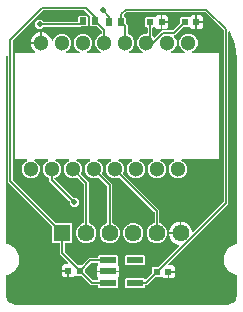
<source format=gbl>
G04 EAGLE Gerber RS-274X export*
G75*
%MOMM*%
%FSLAX34Y34*%
%LPD*%
%INBottom Copper*%
%IPPOS*%
%AMOC8*
5,1,8,0,0,1.08239X$1,22.5*%
G01*
G04 Define Apertures*
%ADD10R,0.560000X0.629100*%
%ADD11R,1.440000X1.440000*%
%ADD12C,1.440000*%
%ADD13R,0.535100X0.644000*%
%ADD14C,1.300000*%
%ADD15R,1.422400X0.558800*%
%ADD16C,0.152400*%
%ADD17C,0.502400*%
G36*
X90197Y-167974D02*
X90000Y-168000D01*
X-90000Y-168000D01*
X-90197Y-167974D01*
X-93816Y-167004D01*
X-94158Y-166807D01*
X-96807Y-164158D01*
X-97004Y-163816D01*
X-97974Y-160197D01*
X-98000Y-160000D01*
X-98000Y-143762D01*
X-97949Y-143487D01*
X-97785Y-143232D01*
X-97535Y-143060D01*
X-97238Y-143000D01*
X-96517Y-143000D01*
X-90483Y-139517D01*
X-87000Y-133483D01*
X-87000Y-126517D01*
X-90483Y-120483D01*
X-96517Y-117000D01*
X-97238Y-117000D01*
X-97513Y-116949D01*
X-97768Y-116785D01*
X-97940Y-116535D01*
X-98000Y-116238D01*
X-98000Y40000D01*
X-97993Y40099D01*
X-97749Y41953D01*
X-97713Y42105D01*
X-97558Y42366D01*
X-97313Y42545D01*
X-97018Y42615D01*
X-96719Y42564D01*
X-96464Y42401D01*
X-96292Y42151D01*
X-96232Y41853D01*
X-96232Y-64142D01*
X-58693Y-101681D01*
X-58530Y-101922D01*
X-58470Y-102219D01*
X-58470Y-115226D01*
X-57726Y-115970D01*
X-52794Y-115970D01*
X-52519Y-116021D01*
X-52264Y-116185D01*
X-52092Y-116435D01*
X-52032Y-116732D01*
X-52032Y-125496D01*
X-45214Y-132314D01*
X-45061Y-132533D01*
X-44991Y-132828D01*
X-45042Y-133127D01*
X-45205Y-133383D01*
X-45456Y-133554D01*
X-45753Y-133615D01*
X-48898Y-133615D01*
X-50386Y-135102D01*
X-50386Y-138538D01*
X-44284Y-138538D01*
X-44284Y-144986D01*
X-41194Y-144986D01*
X-39841Y-143632D01*
X-39610Y-143474D01*
X-39314Y-143409D01*
X-39016Y-143465D01*
X-38763Y-143632D01*
X-38680Y-143716D01*
X-34128Y-143716D01*
X-33842Y-143771D01*
X-33589Y-143939D01*
X-25996Y-151532D01*
X-20588Y-151532D01*
X-20313Y-151583D01*
X-20058Y-151747D01*
X-19886Y-151997D01*
X-19826Y-152294D01*
X-19826Y-152820D01*
X-19082Y-153564D01*
X-3806Y-153564D01*
X-3062Y-152820D01*
X-3062Y-146177D01*
X-3213Y-145956D01*
X-3278Y-145660D01*
X-3223Y-145362D01*
X-3055Y-145109D01*
X-1792Y-143846D01*
X-1792Y-140762D01*
X-21096Y-140762D01*
X-21096Y-143846D01*
X-19833Y-145109D01*
X-19675Y-145340D01*
X-19610Y-145636D01*
X-19665Y-145934D01*
X-19826Y-146176D01*
X-19826Y-146706D01*
X-19877Y-146981D01*
X-20041Y-147236D01*
X-20291Y-147408D01*
X-20588Y-147468D01*
X-23997Y-147468D01*
X-24283Y-147412D01*
X-24536Y-147245D01*
X-31061Y-140720D01*
X-31224Y-140478D01*
X-31284Y-140181D01*
X-31284Y-138419D01*
X-31228Y-138133D01*
X-31061Y-137881D01*
X-25936Y-132755D01*
X-25694Y-132592D01*
X-25397Y-132532D01*
X-20588Y-132532D01*
X-20313Y-132583D01*
X-20058Y-132747D01*
X-19886Y-132997D01*
X-19826Y-133294D01*
X-19826Y-133823D01*
X-19675Y-134044D01*
X-19610Y-134340D01*
X-19665Y-134638D01*
X-19833Y-134891D01*
X-21096Y-136154D01*
X-21096Y-139238D01*
X-1792Y-139238D01*
X-1792Y-136154D01*
X-3055Y-134891D01*
X-3213Y-134660D01*
X-3278Y-134364D01*
X-3223Y-134066D01*
X-3062Y-133824D01*
X-3062Y-127180D01*
X-3806Y-126436D01*
X-19082Y-126436D01*
X-19826Y-127180D01*
X-19826Y-127706D01*
X-19877Y-127981D01*
X-20041Y-128236D01*
X-20291Y-128408D01*
X-20588Y-128468D01*
X-27396Y-128468D01*
X-33589Y-134661D01*
X-33831Y-134824D01*
X-34128Y-134885D01*
X-36580Y-134885D01*
X-36866Y-134829D01*
X-37119Y-134661D01*
X-47745Y-124036D01*
X-47908Y-123794D01*
X-47968Y-123497D01*
X-47968Y-116732D01*
X-47917Y-116457D01*
X-47753Y-116202D01*
X-47503Y-116030D01*
X-47206Y-115970D01*
X-42274Y-115970D01*
X-41530Y-115226D01*
X-41530Y-99774D01*
X-42274Y-99030D01*
X-55281Y-99030D01*
X-55567Y-98974D01*
X-55820Y-98807D01*
X-91945Y-62682D01*
X-92108Y-62440D01*
X-92168Y-62143D01*
X-92168Y55143D01*
X-92112Y55429D01*
X-91945Y55682D01*
X-66882Y80745D01*
X-66640Y80908D01*
X-66343Y80968D01*
X-31457Y80968D01*
X-31171Y80912D01*
X-30919Y80745D01*
X-26694Y76520D01*
X-26531Y76278D01*
X-26471Y75981D01*
X-26471Y68354D01*
X-25727Y67610D01*
X-21224Y67610D01*
X-20938Y67554D01*
X-20686Y67387D01*
X-16855Y63557D01*
X-16692Y63315D01*
X-16632Y63018D01*
X-16632Y61578D01*
X-16685Y61297D01*
X-16851Y61043D01*
X-17102Y60874D01*
X-19001Y60087D01*
X-21187Y57901D01*
X-22370Y55046D01*
X-22370Y51954D01*
X-21187Y49099D01*
X-19001Y46913D01*
X-18128Y46551D01*
X-17907Y46411D01*
X-17727Y46166D01*
X-17658Y45871D01*
X-17708Y45572D01*
X-17872Y45317D01*
X-18122Y45145D01*
X-18419Y45085D01*
X-28581Y45085D01*
X-28838Y45130D01*
X-29098Y45287D01*
X-29275Y45533D01*
X-29343Y45829D01*
X-29289Y46127D01*
X-29124Y46382D01*
X-28872Y46551D01*
X-27999Y46913D01*
X-25813Y49099D01*
X-24630Y51954D01*
X-24630Y55046D01*
X-25813Y57901D01*
X-27999Y60087D01*
X-30854Y61270D01*
X-33946Y61270D01*
X-36801Y60087D01*
X-38987Y57901D01*
X-40170Y55046D01*
X-40170Y51954D01*
X-38987Y49099D01*
X-36801Y46913D01*
X-35928Y46551D01*
X-35707Y46411D01*
X-35527Y46166D01*
X-35458Y45871D01*
X-35508Y45572D01*
X-35672Y45317D01*
X-35922Y45145D01*
X-36219Y45085D01*
X-46381Y45085D01*
X-46638Y45130D01*
X-46898Y45287D01*
X-47075Y45533D01*
X-47143Y45829D01*
X-47089Y46127D01*
X-46924Y46382D01*
X-46672Y46551D01*
X-45799Y46913D01*
X-43613Y49099D01*
X-42430Y51954D01*
X-42430Y55046D01*
X-43613Y57901D01*
X-45799Y60087D01*
X-48654Y61270D01*
X-51746Y61270D01*
X-54601Y60087D01*
X-56787Y57901D01*
X-57709Y55676D01*
X-57853Y55451D01*
X-58099Y55274D01*
X-58394Y55206D01*
X-58693Y55259D01*
X-58947Y55425D01*
X-59117Y55676D01*
X-60336Y58621D01*
X-62879Y61164D01*
X-66202Y62540D01*
X-67238Y62540D01*
X-67238Y52738D01*
X-77040Y52738D01*
X-77040Y51702D01*
X-75664Y48379D01*
X-73670Y46386D01*
X-73517Y46166D01*
X-73447Y45871D01*
X-73498Y45572D01*
X-73662Y45317D01*
X-73912Y45145D01*
X-74209Y45085D01*
X-90098Y45085D01*
X-90153Y45076D01*
X-90154Y45073D01*
X-90160Y45033D01*
X-90160Y-45023D01*
X-90151Y-45078D01*
X-90148Y-45079D01*
X-90108Y-45085D01*
X-80719Y-45085D01*
X-80462Y-45130D01*
X-80202Y-45287D01*
X-80025Y-45533D01*
X-79957Y-45829D01*
X-80011Y-46127D01*
X-80176Y-46382D01*
X-80428Y-46551D01*
X-81301Y-46913D01*
X-83487Y-49099D01*
X-84670Y-51954D01*
X-84670Y-55046D01*
X-83487Y-57901D01*
X-81301Y-60087D01*
X-78446Y-61270D01*
X-75354Y-61270D01*
X-72499Y-60087D01*
X-70313Y-57901D01*
X-69130Y-55046D01*
X-69130Y-51954D01*
X-70313Y-49099D01*
X-72499Y-46913D01*
X-73372Y-46551D01*
X-73593Y-46411D01*
X-73773Y-46166D01*
X-73842Y-45871D01*
X-73792Y-45572D01*
X-73628Y-45317D01*
X-73378Y-45145D01*
X-73081Y-45085D01*
X-62919Y-45085D01*
X-62662Y-45130D01*
X-62402Y-45287D01*
X-62225Y-45533D01*
X-62157Y-45829D01*
X-62211Y-46127D01*
X-62376Y-46382D01*
X-62628Y-46551D01*
X-63501Y-46913D01*
X-65687Y-49099D01*
X-66870Y-51954D01*
X-66870Y-55046D01*
X-65687Y-57901D01*
X-63501Y-60087D01*
X-61602Y-60874D01*
X-61364Y-61030D01*
X-61192Y-61280D01*
X-61132Y-61578D01*
X-61132Y-63242D01*
X-44105Y-80269D01*
X-43942Y-80510D01*
X-43882Y-80807D01*
X-43882Y-82967D01*
X-41667Y-85182D01*
X-38533Y-85182D01*
X-36318Y-82967D01*
X-36318Y-79833D01*
X-38533Y-77618D01*
X-40693Y-77618D01*
X-40979Y-77562D01*
X-41232Y-77395D01*
X-56608Y-62018D01*
X-56763Y-61793D01*
X-56831Y-61498D01*
X-56778Y-61199D01*
X-56612Y-60945D01*
X-56361Y-60776D01*
X-54699Y-60087D01*
X-52513Y-57901D01*
X-51330Y-55046D01*
X-51330Y-51954D01*
X-52513Y-49099D01*
X-54699Y-46913D01*
X-55572Y-46551D01*
X-55793Y-46411D01*
X-55973Y-46166D01*
X-56042Y-45871D01*
X-55992Y-45572D01*
X-55828Y-45317D01*
X-55578Y-45145D01*
X-55281Y-45085D01*
X-45119Y-45085D01*
X-44862Y-45130D01*
X-44602Y-45287D01*
X-44425Y-45533D01*
X-44357Y-45829D01*
X-44411Y-46127D01*
X-44576Y-46382D01*
X-44828Y-46551D01*
X-45701Y-46913D01*
X-47887Y-49099D01*
X-49070Y-51954D01*
X-49070Y-55046D01*
X-47887Y-57901D01*
X-45701Y-60087D01*
X-42846Y-61270D01*
X-39754Y-61270D01*
X-37855Y-60483D01*
X-37576Y-60426D01*
X-37278Y-60481D01*
X-37025Y-60649D01*
X-32255Y-65419D01*
X-32092Y-65660D01*
X-32032Y-65957D01*
X-32032Y-98665D01*
X-32085Y-98945D01*
X-32251Y-99199D01*
X-32502Y-99369D01*
X-34798Y-100320D01*
X-37181Y-102702D01*
X-38470Y-105815D01*
X-38470Y-109185D01*
X-37181Y-112298D01*
X-34798Y-114681D01*
X-31685Y-115970D01*
X-28315Y-115970D01*
X-25202Y-114681D01*
X-22820Y-112298D01*
X-21530Y-109185D01*
X-21530Y-105815D01*
X-22820Y-102702D01*
X-25202Y-100320D01*
X-27498Y-99369D01*
X-27736Y-99212D01*
X-27908Y-98962D01*
X-27968Y-98665D01*
X-27968Y-63958D01*
X-34151Y-57775D01*
X-34312Y-57539D01*
X-34375Y-57242D01*
X-34317Y-56945D01*
X-33530Y-55046D01*
X-33530Y-51954D01*
X-34713Y-49099D01*
X-36899Y-46913D01*
X-37772Y-46551D01*
X-37993Y-46411D01*
X-38173Y-46166D01*
X-38242Y-45871D01*
X-38192Y-45572D01*
X-38028Y-45317D01*
X-37778Y-45145D01*
X-37481Y-45085D01*
X-27319Y-45085D01*
X-27062Y-45130D01*
X-26802Y-45287D01*
X-26625Y-45533D01*
X-26557Y-45829D01*
X-26611Y-46127D01*
X-26776Y-46382D01*
X-27028Y-46551D01*
X-27901Y-46913D01*
X-30087Y-49099D01*
X-31270Y-51954D01*
X-31270Y-55046D01*
X-30087Y-57901D01*
X-27901Y-60087D01*
X-25046Y-61270D01*
X-21954Y-61270D01*
X-20055Y-60483D01*
X-19776Y-60426D01*
X-19478Y-60481D01*
X-19225Y-60649D01*
X-12255Y-67619D01*
X-12092Y-67860D01*
X-12032Y-68157D01*
X-12032Y-98665D01*
X-12085Y-98945D01*
X-12251Y-99199D01*
X-12502Y-99369D01*
X-14798Y-100320D01*
X-17181Y-102702D01*
X-18470Y-105815D01*
X-18470Y-109185D01*
X-17181Y-112298D01*
X-14798Y-114681D01*
X-11685Y-115970D01*
X-8315Y-115970D01*
X-5202Y-114681D01*
X-2820Y-112298D01*
X-1530Y-109185D01*
X-1530Y-105815D01*
X-2820Y-102702D01*
X-5202Y-100320D01*
X-7498Y-99369D01*
X-7736Y-99212D01*
X-7908Y-98962D01*
X-7968Y-98665D01*
X-7968Y-66158D01*
X-16351Y-57775D01*
X-16512Y-57539D01*
X-16575Y-57242D01*
X-16517Y-56945D01*
X-15730Y-55046D01*
X-15730Y-51954D01*
X-16913Y-49099D01*
X-19099Y-46913D01*
X-19972Y-46551D01*
X-20193Y-46411D01*
X-20373Y-46166D01*
X-20442Y-45871D01*
X-20392Y-45572D01*
X-20228Y-45317D01*
X-19978Y-45145D01*
X-19681Y-45085D01*
X-9519Y-45085D01*
X-9262Y-45130D01*
X-9002Y-45287D01*
X-8825Y-45533D01*
X-8757Y-45829D01*
X-8811Y-46127D01*
X-8976Y-46382D01*
X-9228Y-46551D01*
X-10101Y-46913D01*
X-12287Y-49099D01*
X-13470Y-51954D01*
X-13470Y-55046D01*
X-12287Y-57901D01*
X-10101Y-60087D01*
X-7246Y-61270D01*
X-4154Y-61270D01*
X-2255Y-60483D01*
X-1976Y-60426D01*
X-1678Y-60481D01*
X-1425Y-60649D01*
X27745Y-89819D01*
X27908Y-90060D01*
X27968Y-90357D01*
X27968Y-98665D01*
X27915Y-98945D01*
X27749Y-99199D01*
X27498Y-99369D01*
X25202Y-100320D01*
X22820Y-102702D01*
X21530Y-105815D01*
X21530Y-109185D01*
X22820Y-112298D01*
X25202Y-114681D01*
X28315Y-115970D01*
X31685Y-115970D01*
X34798Y-114681D01*
X37181Y-112298D01*
X38470Y-109185D01*
X38470Y-105815D01*
X37181Y-102702D01*
X34798Y-100320D01*
X32502Y-99369D01*
X32264Y-99212D01*
X32092Y-98962D01*
X32032Y-98665D01*
X32032Y-88358D01*
X1449Y-57775D01*
X1288Y-57539D01*
X1225Y-57242D01*
X1283Y-56945D01*
X2070Y-55046D01*
X2070Y-51954D01*
X887Y-49099D01*
X-1299Y-46913D01*
X-2172Y-46551D01*
X-2393Y-46411D01*
X-2573Y-46166D01*
X-2642Y-45871D01*
X-2592Y-45572D01*
X-2428Y-45317D01*
X-2178Y-45145D01*
X-1881Y-45085D01*
X8281Y-45085D01*
X8538Y-45130D01*
X8798Y-45287D01*
X8975Y-45533D01*
X9043Y-45829D01*
X8989Y-46127D01*
X8824Y-46382D01*
X8572Y-46551D01*
X7699Y-46913D01*
X5513Y-49099D01*
X4330Y-51954D01*
X4330Y-55046D01*
X5513Y-57901D01*
X7699Y-60087D01*
X10554Y-61270D01*
X13646Y-61270D01*
X16501Y-60087D01*
X18687Y-57901D01*
X19870Y-55046D01*
X19870Y-51954D01*
X18687Y-49099D01*
X16501Y-46913D01*
X15628Y-46551D01*
X15407Y-46411D01*
X15227Y-46166D01*
X15158Y-45871D01*
X15208Y-45572D01*
X15372Y-45317D01*
X15622Y-45145D01*
X15919Y-45085D01*
X26081Y-45085D01*
X26338Y-45130D01*
X26598Y-45287D01*
X26775Y-45533D01*
X26843Y-45829D01*
X26789Y-46127D01*
X26624Y-46382D01*
X26372Y-46551D01*
X25499Y-46913D01*
X23313Y-49099D01*
X22130Y-51954D01*
X22130Y-55046D01*
X23313Y-57901D01*
X25499Y-60087D01*
X28354Y-61270D01*
X31446Y-61270D01*
X34301Y-60087D01*
X36487Y-57901D01*
X37670Y-55046D01*
X37670Y-51954D01*
X36487Y-49099D01*
X34301Y-46913D01*
X33428Y-46551D01*
X33207Y-46411D01*
X33027Y-46166D01*
X32958Y-45871D01*
X33008Y-45572D01*
X33172Y-45317D01*
X33422Y-45145D01*
X33719Y-45085D01*
X43881Y-45085D01*
X44138Y-45130D01*
X44398Y-45287D01*
X44575Y-45533D01*
X44643Y-45829D01*
X44589Y-46127D01*
X44424Y-46382D01*
X44172Y-46551D01*
X43299Y-46913D01*
X41113Y-49099D01*
X39930Y-51954D01*
X39930Y-55046D01*
X41113Y-57901D01*
X43299Y-60087D01*
X46154Y-61270D01*
X49246Y-61270D01*
X52101Y-60087D01*
X54287Y-57901D01*
X55470Y-55046D01*
X55470Y-51954D01*
X54287Y-49099D01*
X52101Y-46913D01*
X51228Y-46551D01*
X51007Y-46411D01*
X50827Y-46166D01*
X50758Y-45871D01*
X50808Y-45572D01*
X50972Y-45317D01*
X51222Y-45145D01*
X51519Y-45085D01*
X82498Y-45085D01*
X82553Y-45076D01*
X82554Y-45073D01*
X82560Y-45033D01*
X82560Y-44450D01*
X82611Y-44175D01*
X82638Y-44133D01*
X82638Y44127D01*
X82620Y44153D01*
X82560Y44450D01*
X82560Y45023D01*
X82551Y45078D01*
X82548Y45079D01*
X82508Y45085D01*
X60419Y45085D01*
X60162Y45130D01*
X59902Y45287D01*
X59725Y45533D01*
X59657Y45829D01*
X59711Y46127D01*
X59876Y46382D01*
X60128Y46551D01*
X61001Y46913D01*
X63187Y49099D01*
X64370Y51954D01*
X64370Y55046D01*
X63187Y57901D01*
X61001Y60087D01*
X58146Y61270D01*
X55054Y61270D01*
X52199Y60087D01*
X50013Y57901D01*
X48830Y55046D01*
X48830Y51954D01*
X50013Y49099D01*
X52199Y46913D01*
X53072Y46551D01*
X53293Y46411D01*
X53473Y46166D01*
X53542Y45871D01*
X53492Y45572D01*
X53328Y45317D01*
X53078Y45145D01*
X52781Y45085D01*
X42619Y45085D01*
X42362Y45130D01*
X42102Y45287D01*
X41925Y45533D01*
X41857Y45829D01*
X41911Y46127D01*
X42076Y46382D01*
X42328Y46551D01*
X43201Y46913D01*
X45387Y49099D01*
X46570Y51954D01*
X46570Y55046D01*
X45387Y57901D01*
X44589Y58699D01*
X44436Y58919D01*
X44366Y59214D01*
X44417Y59513D01*
X44581Y59768D01*
X44831Y59940D01*
X45128Y60000D01*
X45228Y60000D01*
X51789Y66561D01*
X52031Y66724D01*
X52328Y66785D01*
X56880Y66785D01*
X56963Y66868D01*
X57194Y67026D01*
X57490Y67091D01*
X57788Y67035D01*
X58041Y66868D01*
X59394Y65515D01*
X62484Y65515D01*
X62484Y76886D01*
X59394Y76886D01*
X58041Y75532D01*
X57810Y75374D01*
X57514Y75309D01*
X57216Y75365D01*
X56963Y75532D01*
X56880Y75616D01*
X50228Y75616D01*
X49484Y74872D01*
X49484Y70319D01*
X49428Y70033D01*
X49261Y69781D01*
X43768Y64287D01*
X43526Y64124D01*
X43229Y64064D01*
X34424Y64064D01*
X28463Y58103D01*
X28233Y57945D01*
X27937Y57880D01*
X27638Y57935D01*
X27386Y58103D01*
X26409Y59079D01*
X26246Y59321D01*
X26186Y59618D01*
X26186Y66123D01*
X26237Y66397D01*
X26401Y66653D01*
X26651Y66824D01*
X26948Y66885D01*
X27480Y66885D01*
X27563Y66968D01*
X27794Y67126D01*
X28090Y67191D01*
X28388Y67135D01*
X28641Y66968D01*
X29994Y65615D01*
X33084Y65615D01*
X33084Y76986D01*
X29994Y76986D01*
X28641Y75632D01*
X28410Y75474D01*
X28114Y75409D01*
X27816Y75465D01*
X27563Y75632D01*
X27480Y75716D01*
X20828Y75716D01*
X20084Y74972D01*
X20084Y67628D01*
X20828Y66885D01*
X21360Y66885D01*
X21635Y66833D01*
X21890Y66670D01*
X22062Y66420D01*
X22122Y66123D01*
X22122Y62032D01*
X22071Y61757D01*
X21907Y61502D01*
X21657Y61330D01*
X21360Y61270D01*
X19454Y61270D01*
X16599Y60087D01*
X14413Y57901D01*
X13230Y55046D01*
X13230Y51954D01*
X14413Y49099D01*
X16599Y46913D01*
X17472Y46551D01*
X17693Y46411D01*
X17873Y46166D01*
X17942Y45871D01*
X17892Y45572D01*
X17728Y45317D01*
X17478Y45145D01*
X17181Y45085D01*
X7019Y45085D01*
X6762Y45130D01*
X6502Y45287D01*
X6325Y45533D01*
X6257Y45829D01*
X6311Y46127D01*
X6476Y46382D01*
X6728Y46551D01*
X7601Y46913D01*
X9787Y49099D01*
X10970Y51954D01*
X10970Y55046D01*
X9787Y57901D01*
X7601Y60087D01*
X5702Y60874D01*
X5464Y61030D01*
X5292Y61280D01*
X5232Y61578D01*
X5232Y68317D01*
X3844Y69705D01*
X3681Y69947D01*
X3621Y70244D01*
X3621Y74746D01*
X2877Y75490D01*
X2469Y75490D01*
X2194Y75541D01*
X1939Y75705D01*
X1767Y75955D01*
X1707Y76252D01*
X1707Y76718D01*
X1763Y77004D01*
X1930Y77257D01*
X4119Y79445D01*
X4360Y79608D01*
X4657Y79668D01*
X70643Y79668D01*
X70929Y79612D01*
X71182Y79445D01*
X86245Y64382D01*
X86408Y64140D01*
X86468Y63843D01*
X86468Y-80899D01*
X86412Y-81185D01*
X86245Y-81438D01*
X61041Y-106642D01*
X60821Y-106795D01*
X60526Y-106864D01*
X60227Y-106814D01*
X59972Y-106650D01*
X59800Y-106400D01*
X59740Y-106103D01*
X59740Y-105563D01*
X58257Y-101983D01*
X55517Y-99243D01*
X51937Y-97760D01*
X50762Y-97760D01*
X50762Y-108262D01*
X40260Y-108262D01*
X40260Y-109437D01*
X41743Y-113017D01*
X44483Y-115757D01*
X48063Y-117240D01*
X48301Y-117240D01*
X48564Y-117287D01*
X48822Y-117446D01*
X48998Y-117694D01*
X49063Y-117990D01*
X49007Y-118288D01*
X48840Y-118541D01*
X31819Y-135561D01*
X31577Y-135724D01*
X31280Y-135785D01*
X26728Y-135785D01*
X25984Y-136528D01*
X25984Y-141081D01*
X25928Y-141367D01*
X25761Y-141620D01*
X21052Y-146328D01*
X20822Y-146486D01*
X20525Y-146551D01*
X20227Y-146496D01*
X19974Y-146328D01*
X19082Y-145436D01*
X3806Y-145436D01*
X3062Y-146180D01*
X3062Y-152820D01*
X3806Y-153564D01*
X19082Y-153564D01*
X19826Y-152820D01*
X19826Y-152294D01*
X19877Y-152019D01*
X20041Y-151764D01*
X20291Y-151592D01*
X20588Y-151532D01*
X21596Y-151532D01*
X28289Y-144839D01*
X28531Y-144676D01*
X28828Y-144616D01*
X33380Y-144616D01*
X33463Y-144532D01*
X33694Y-144374D01*
X33990Y-144309D01*
X34288Y-144365D01*
X34541Y-144532D01*
X35894Y-145886D01*
X38984Y-145886D01*
X38984Y-139438D01*
X45086Y-139438D01*
X45086Y-136002D01*
X43598Y-134515D01*
X40453Y-134515D01*
X40190Y-134468D01*
X39931Y-134308D01*
X39756Y-134061D01*
X39691Y-133765D01*
X39747Y-133467D01*
X39914Y-133214D01*
X54141Y-118987D01*
X54382Y-118824D01*
X54662Y-118767D01*
X90532Y-82898D01*
X90532Y62690D01*
X90577Y62948D01*
X90734Y63207D01*
X90980Y63385D01*
X91276Y63452D01*
X91574Y63399D01*
X91829Y63233D01*
X91998Y62982D01*
X96332Y52518D01*
X96384Y52326D01*
X97993Y40099D01*
X98000Y40000D01*
X98000Y-116238D01*
X97949Y-116513D01*
X97785Y-116768D01*
X97535Y-116940D01*
X97238Y-117000D01*
X96517Y-117000D01*
X90483Y-120483D01*
X87000Y-126517D01*
X87000Y-133483D01*
X90483Y-139517D01*
X96517Y-143000D01*
X97238Y-143000D01*
X97513Y-143051D01*
X97768Y-143215D01*
X97940Y-143465D01*
X98000Y-143762D01*
X98000Y-160000D01*
X97974Y-160197D01*
X97004Y-163816D01*
X96807Y-164158D01*
X94158Y-166807D01*
X93816Y-167004D01*
X90197Y-167974D01*
G37*
%LPC*%
G36*
X34608Y72062D02*
X39186Y72062D01*
X39186Y75498D01*
X37698Y76986D01*
X34608Y76986D01*
X34608Y72062D01*
G37*
G36*
X64008Y71962D02*
X68586Y71962D01*
X68586Y75398D01*
X67098Y76886D01*
X64008Y76886D01*
X64008Y71962D01*
G37*
G36*
X-70967Y65618D02*
X-67833Y65618D01*
X-66307Y67145D01*
X-66065Y67308D01*
X-65768Y67368D01*
X-34533Y67368D01*
X-34515Y67387D01*
X-34273Y67550D01*
X-33976Y67610D01*
X-29473Y67610D01*
X-28730Y68354D01*
X-28730Y75846D01*
X-29473Y76590D01*
X-35877Y76590D01*
X-36621Y75846D01*
X-36621Y72194D01*
X-36672Y71919D01*
X-36835Y71664D01*
X-37085Y71492D01*
X-37383Y71432D01*
X-65768Y71432D01*
X-66054Y71488D01*
X-66307Y71655D01*
X-67833Y73182D01*
X-70967Y73182D01*
X-73182Y70967D01*
X-73182Y67833D01*
X-70967Y65618D01*
G37*
G36*
X34608Y65615D02*
X37698Y65615D01*
X39186Y67102D01*
X39186Y70538D01*
X34608Y70538D01*
X34608Y65615D01*
G37*
G36*
X64008Y65515D02*
X67098Y65515D01*
X68586Y67002D01*
X68586Y70438D01*
X64008Y70438D01*
X64008Y65515D01*
G37*
G36*
X-77040Y54262D02*
X-68762Y54262D01*
X-68762Y62540D01*
X-69798Y62540D01*
X-73121Y61164D01*
X-75664Y58621D01*
X-77040Y55298D01*
X-77040Y54262D01*
G37*
G36*
X40260Y-106738D02*
X49238Y-106738D01*
X49238Y-97760D01*
X48063Y-97760D01*
X44483Y-99243D01*
X41743Y-101983D01*
X40260Y-105563D01*
X40260Y-106738D01*
G37*
G36*
X8315Y-115970D02*
X11685Y-115970D01*
X14798Y-114681D01*
X17181Y-112298D01*
X18470Y-109185D01*
X18470Y-105815D01*
X17181Y-102702D01*
X14798Y-100320D01*
X11685Y-99030D01*
X8315Y-99030D01*
X5202Y-100320D01*
X2820Y-102702D01*
X1530Y-105815D01*
X1530Y-109185D01*
X2820Y-112298D01*
X5202Y-114681D01*
X8315Y-115970D01*
G37*
G36*
X3806Y-134564D02*
X19082Y-134564D01*
X19826Y-133820D01*
X19826Y-127180D01*
X19082Y-126436D01*
X3806Y-126436D01*
X3062Y-127180D01*
X3062Y-133820D01*
X3806Y-134564D01*
G37*
G36*
X-48898Y-144986D02*
X-45808Y-144986D01*
X-45808Y-140062D01*
X-50386Y-140062D01*
X-50386Y-143498D01*
X-48898Y-144986D01*
G37*
G36*
X40508Y-145886D02*
X43598Y-145886D01*
X45086Y-144398D01*
X45086Y-140962D01*
X40508Y-140962D01*
X40508Y-145886D01*
G37*
%LPD*%
D10*
X24154Y71300D03*
X33846Y71300D03*
X53554Y71200D03*
X63246Y71200D03*
X-35354Y-139300D03*
X-45046Y-139300D03*
X30054Y-140200D03*
X39746Y-140200D03*
D11*
X-50000Y-107500D03*
D12*
X-30000Y-107500D03*
X-10000Y-107500D03*
X10000Y-107500D03*
X30000Y-107500D03*
X50000Y-107500D03*
D13*
X-10475Y71000D03*
X-325Y71000D03*
X-32675Y72100D03*
X-22525Y72100D03*
D14*
X56600Y53500D03*
X38800Y53500D03*
X21000Y53500D03*
X3200Y53500D03*
X-14600Y53500D03*
X-32400Y53500D03*
X-50200Y53500D03*
X-68000Y53500D03*
X-76900Y-53500D03*
X-59100Y-53500D03*
X-41300Y-53500D03*
X-23500Y-53500D03*
X-5700Y-53500D03*
X12100Y-53500D03*
X29900Y-53500D03*
X47700Y-53500D03*
D15*
X-11444Y-149500D03*
X-11444Y-140000D03*
X-11444Y-130500D03*
X11444Y-130500D03*
X11444Y-149500D03*
D16*
X-50000Y-124654D02*
X-50000Y-107500D01*
X-50000Y-124654D02*
X-35354Y-139300D01*
X-26554Y-130500D01*
X-11444Y-130500D01*
X-25154Y-149500D02*
X-35354Y-139300D01*
X-25154Y-149500D02*
X-11444Y-149500D01*
X-14600Y64175D02*
X-22525Y72100D01*
X-14600Y64175D02*
X-14600Y53500D01*
X-94200Y-63300D02*
X-50000Y-107500D01*
X-94200Y-63300D02*
X-94200Y56300D01*
X-67500Y83000D01*
X-30300Y83000D01*
X-22525Y75225D01*
X-22525Y72100D01*
X11444Y-149500D02*
X20754Y-149500D01*
X30054Y-140200D01*
X53522Y-116732D01*
X53824Y-116732D01*
X88500Y-82056D01*
X88500Y-43100D01*
X88500Y65000D01*
X71800Y81700D01*
X3500Y81700D01*
X-325Y77875D01*
X-325Y71000D01*
X3200Y67475D01*
X3200Y53500D01*
D17*
X69800Y-56900D03*
X34600Y-76800D03*
X-71900Y-68100D03*
X13200Y72600D03*
X45200Y74400D03*
X77000Y66400D03*
X-51000Y77100D03*
X1300Y-78300D03*
X68200Y-142000D03*
X-75400Y-145600D03*
X-53800Y-86900D03*
D16*
X24154Y56654D02*
X24154Y71300D01*
X24154Y56654D02*
X21000Y53500D01*
X44386Y62032D02*
X53554Y71200D01*
X26734Y53500D02*
X21000Y53500D01*
X35266Y62032D02*
X44386Y62032D01*
X35266Y62032D02*
X26734Y53500D01*
X-10475Y71000D02*
X-10475Y75875D01*
X-16000Y81400D01*
D17*
X-16000Y81400D03*
D16*
X-30000Y-64800D02*
X-30000Y-107500D01*
X-30000Y-64800D02*
X-41300Y-53500D01*
X-35375Y69400D02*
X-32675Y72100D01*
X-35375Y69400D02*
X-69400Y69400D01*
D17*
X-69400Y69400D03*
D16*
X-5700Y-53500D02*
X30000Y-89200D01*
X30000Y-107500D01*
D17*
X-40100Y-81400D03*
D16*
X-59100Y-62400D01*
X-59100Y-53500D01*
X-23500Y-53500D02*
X-10000Y-67000D01*
X-10000Y-107500D01*
M02*

</source>
